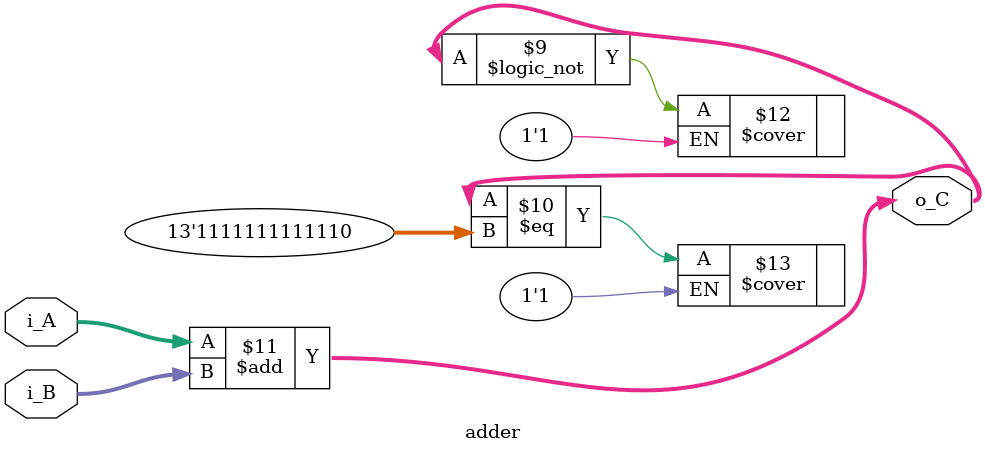
<source format=sv>
`default_nettype none

module adder 
	#(parameter
		g_data_width = 12
	)

	(
		input logic [g_data_width-1:0] i_A,
		input logic [g_data_width-1:0] i_B,
		output logic [g_data_width:0]  o_C
	);

	always_comb begin
		assert (o_C <= 2**(g_data_width+1)-2);
	end

	always_comb begin
		cover(o_C == 0);
		cover(o_C == 2**(g_data_width+1)-2);
	end

	assign o_C = i_A + i_B;

endmodule : adder
</source>
